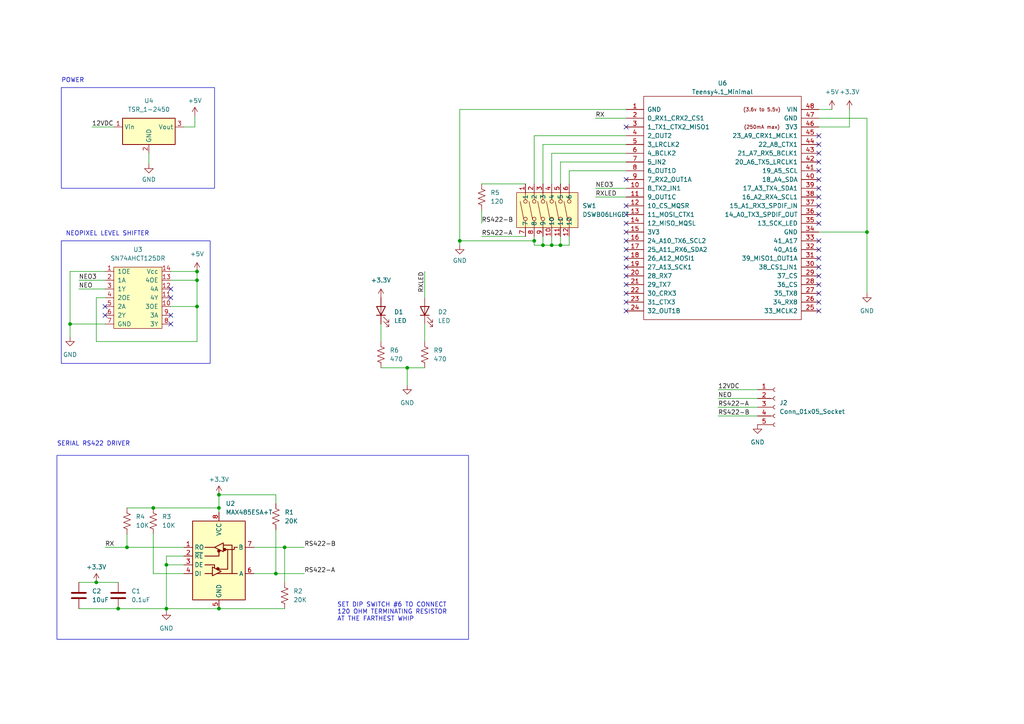
<source format=kicad_sch>
(kicad_sch (version 20230121) (generator eeschema)
  (paper "A4")
  (lib_symbols
    (symbol "Connector:Conn_01x05_Socket" (pin_names (offset 1.016) hide)
      (property "Reference" "J" (at 0 7.62 0))
      (property "Value" "Conn_01x05_Socket" (at 0 -7.62 0))
      (symbol "Conn_01x05_Socket_1_1"
        (arc (start 0 -4.572) (mid -0.5058 -5.08) (end 0 -5.588) (stroke (width 0.1524)))
        (arc (start 0 -2.032) (mid -0.5058 -2.54) (end 0 -3.048) (stroke (width 0.1524)))
        (polyline (pts (xy -1.27 -5.08) (xy -0.508 -5.08)) (stroke (width 0.1524)))
        (polyline (pts (xy -1.27 -2.54) (xy -0.508 -2.54)) (stroke (width 0.1524)))
        (polyline (pts (xy -1.27 0) (xy -0.508 0)) (stroke (width 0.1524)))
        (polyline (pts (xy -1.27 2.54) (xy -0.508 2.54)) (stroke (width 0.1524)))
        (polyline (pts (xy -1.27 5.08) (xy -0.508 5.08)) (stroke (width 0.1524)))
        (arc (start 0 0.508) (mid -0.5058 0) (end 0 -0.508) (stroke (width 0.1524)))
        (arc (start 0 3.048) (mid -0.5058 2.54) (end 0 2.032) (stroke (width 0.1524)))
        (arc (start 0 5.588) (mid -0.5058 5.08) (end 0 4.572) (stroke (width 0.1524)))
        (pin passive line (at -5.08 5.08 0) (length 3.81) (name "Pin_1") (number "1"))
        (pin passive line (at -5.08 2.54 0) (length 3.81) (name "Pin_2") (number "2"))
        (pin passive line (at -5.08 0 0) (length 3.81) (name "Pin_3") (number "3"))
        (pin passive line (at -5.08 -2.54 0) (length 3.81) (name "Pin_4") (number "4"))
        (pin passive line (at -5.08 -5.08 0) (length 3.81) (name "Pin_5") (number "5"))
      )
    )
    (symbol "Device:C" (pin_numbers hide) (pin_names (offset 0.254))
      (property "Reference" "C" (at 0.635 2.54 0))
      (property "Value" "C" (at 0.635 -2.54 0))
      (symbol "C_0_1"
        (polyline (pts (xy -2.032 -0.762) (xy 2.032 -0.762)) (stroke (width 0.508)))
        (polyline (pts (xy -2.032 0.762) (xy 2.032 0.762)) (stroke (width 0.508)))
      )
      (symbol "C_1_1"
        (pin passive line (at 0 3.81 270) (length 2.794) (name "~") (number "1"))
        (pin passive line (at 0 -3.81 90) (length 2.794) (name "~") (number "2"))
      )
    )
    (symbol "Device:LED" (pin_numbers hide) (pin_names (offset 1.016) hide)
      (property "Reference" "D" (at 0 2.54 0))
      (property "Value" "LED" (at 0 -2.54 0))
      (symbol "LED_0_1"
        (polyline (pts (xy -1.27 -1.27) (xy -1.27 1.27)) (stroke (width 0.254)))
        (polyline (pts (xy -1.27 0) (xy 1.27 0)))
        (polyline (pts (xy 1.27 -1.27) (xy 1.27 1.27) (xy -1.27 0) (xy 1.27 -1.27)) (stroke (width 0.254)))
        (polyline (pts (xy -3.048 -0.762) (xy -4.572 -2.286) (xy -3.81 -2.286) (xy -4.572 -2.286) (xy -4.572 -1.524)))
        (polyline (pts (xy -1.778 -0.762) (xy -3.302 -2.286) (xy -2.54 -2.286) (xy -3.302 -2.286) (xy -3.302 -1.524)))
      )
      (symbol "LED_1_1"
        (pin passive line (at -3.81 0 0) (length 2.54) (name "K") (number "1"))
        (pin passive line (at 3.81 0 180) (length 2.54) (name "A") (number "2"))
      )
    )
    (symbol "Device:R_US" (pin_numbers hide) (pin_names (offset 0))
      (property "Reference" "R" (at 2.54 0 90))
      (property "Value" "R_US" (at -2.54 0 90))
      (symbol "R_US_0_1"
        (polyline (pts (xy 0 -2.286) (xy 0 -2.54)))
        (polyline (pts (xy 0 2.286) (xy 0 2.54)))
        (polyline (pts (xy 0 -0.762) (xy 1.016 -1.143) (xy 0 -1.524) (xy -1.016 -1.905) (xy 0 -2.286)))
        (polyline (pts (xy 0 0.762) (xy 1.016 0.381) (xy 0 0) (xy -1.016 -0.381) (xy 0 -0.762)))
        (polyline (pts (xy 0 2.286) (xy 1.016 1.905) (xy 0 1.524) (xy -1.016 1.143) (xy 0 0.762)))
      )
      (symbol "R_US_1_1"
        (pin passive line (at 0 3.81 270) (length 1.27) (name "~") (number "1"))
        (pin passive line (at 0 -3.81 90) (length 1.27) (name "~") (number "2"))
      )
    )
    (symbol "Interface_UART:MAX485E"
      (property "Reference" "U" (at -6.096 11.43 0))
      (property "Value" "MAX485E" (at 0.762 11.43 0))
      (symbol "MAX485E_0_1"
        (rectangle (start -7.62 10.16) (end 7.62 -12.7) (stroke (width 0.254)) (fill (type background)))
        (circle (center -0.3048 -3.683) (radius 0.3556) (stroke (width 0.254)) (fill (type outline)))
        (circle (center -0.0254 1.4986) (radius 0.3556) (stroke (width 0.254)) (fill (type outline)))
        (polyline (pts (xy -4.064 -5.08) (xy -1.905 -5.08)) (stroke (width 0.254)))
        (polyline (pts (xy -4.064 2.54) (xy -1.27 2.54)) (stroke (width 0.254)))
        (polyline (pts (xy -1.27 -3.2004) (xy -1.27 -3.4544)) (stroke (width 0.254)))
        (polyline (pts (xy -0.635 -5.08) (xy 5.334 -5.08)) (stroke (width 0.254)))
        (polyline (pts (xy -4.064 -2.54) (xy -1.27 -2.54) (xy -1.27 -3.175)) (stroke (width 0.254)))
        (polyline (pts (xy 0 1.27) (xy 0 0) (xy -4.064 0)) (stroke (width 0.254)))
        (polyline (pts (xy 1.27 3.175) (xy 3.81 3.175) (xy 3.81 -5.08)) (stroke (width 0.254)))
        (polyline (pts (xy 2.54 1.905) (xy 2.54 -3.81) (xy 0 -3.81)) (stroke (width 0.254)))
        (polyline (pts (xy -1.905 -3.175) (xy -1.905 -5.715) (xy 0.635 -4.445) (xy -1.905 -3.175)) (stroke (width 0.254)))
        (polyline (pts (xy -1.27 2.54) (xy 1.27 3.81) (xy 1.27 1.27) (xy -1.27 2.54)) (stroke (width 0.254)))
        (polyline (pts (xy 1.905 1.905) (xy 4.445 1.905) (xy 4.445 2.54) (xy 5.334 2.54)) (stroke (width 0.254)))
        (rectangle (start 1.27 3.175) (end 1.27 3.175))
        (circle (center 1.651 1.905) (radius 0.3556) (stroke (width 0.254)) (fill (type outline)))
      )
      (symbol "MAX485E_1_1"
        (pin output line (at -10.16 2.54 0) (length 2.54) (name "RO") (number "1"))
        (pin input line (at -10.16 0 0) (length 2.54) (name "~{RE}") (number "2"))
        (pin input line (at -10.16 -2.54 0) (length 2.54) (name "DE") (number "3"))
        (pin input line (at -10.16 -5.08 0) (length 2.54) (name "DI") (number "4"))
        (pin power_in line (at 0 -15.24 90) (length 2.54) (name "GND") (number "5"))
        (pin bidirectional line (at 10.16 -5.08 180) (length 2.54) (name "A") (number "6"))
        (pin bidirectional line (at 10.16 2.54 180) (length 2.54) (name "B") (number "7"))
        (pin power_in line (at 0 12.7 270) (length 2.54) (name "VCC") (number "8"))
      )
    )
    (symbol "Joels KiCad Symbol Library:DongGuan_DSWB06LHGET_DIP_6_SWITCH"
      (property "Reference" "SW" (at 0 12.7 0))
      (property "Value" "DSWB06LHGET" (at 0 -12.7 0))
      (symbol "DongGuan_DSWB06LHGET_DIP_6_SWITCH_0_1"
        (rectangle (start -8.89 5.08) (end 8.89 -5.08) (fill (type background)))
        (circle (center -6.35 -2.54) (radius 0.51))
        (circle (center -6.35 2.54) (radius 0.51))
        (circle (center -3.81 -2.54) (radius 0.51))
        (circle (center -3.81 2.54) (radius 0.51))
        (circle (center -1.27 -2.54) (radius 0.51))
        (circle (center -1.27 2.54) (radius 0.51))
        (polyline (pts (xy -6.86 -2.54) (xy -7.87 2.54)))
        (polyline (pts (xy -6.35 -3.05) (xy -6.35 -5.08)))
        (polyline (pts (xy -6.35 3.05) (xy -6.35 5.08)))
        (polyline (pts (xy -4.32 -2.54) (xy -5.33 2.54)))
        (polyline (pts (xy -3.81 -3.05) (xy -3.81 -5.08)))
        (polyline (pts (xy -3.81 3.05) (xy -3.81 5.08)))
        (polyline (pts (xy -1.78 -2.54) (xy -2.79 2.54)))
        (polyline (pts (xy -1.27 -3.05) (xy -1.27 -5.08)))
        (polyline (pts (xy -1.27 3.05) (xy -1.27 5.08)))
        (polyline (pts (xy 0.76 -2.54) (xy -0.25 2.54)))
        (polyline (pts (xy 1.27 -3.05) (xy 1.27 -5.08)))
        (polyline (pts (xy 1.27 3.05) (xy 1.27 5.08)))
        (polyline (pts (xy 3.3 -2.54) (xy 2.29 2.54)))
        (polyline (pts (xy 3.81 -3.05) (xy 3.81 -5.08)))
        (polyline (pts (xy 3.81 3.05) (xy 3.81 5.08)))
        (polyline (pts (xy 5.84 -2.54) (xy 4.83 2.54)))
        (polyline (pts (xy 6.35 -3.05) (xy 6.35 -5.08)))
        (polyline (pts (xy 6.35 3.05) (xy 6.35 5.08)))
        (circle (center 1.27 -2.54) (radius 0.51))
        (circle (center 1.27 2.54) (radius 0.51))
        (circle (center 3.81 -2.54) (radius 0.51))
        (circle (center 3.81 2.54) (radius 0.51))
        (circle (center 6.35 -2.54) (radius 0.51))
        (circle (center 6.35 2.54) (radius 0.51))
        (pin unspecified line (at -6.35 7.62 270) (length 2.54) (name "1") (number "1"))
        (pin unspecified line (at 1.27 -7.62 90) (length 2.54) (name "10") (number "10"))
        (pin unspecified line (at 3.81 -7.62 90) (length 2.54) (name "11") (number "11"))
        (pin unspecified line (at 6.35 -7.62 90) (length 2.54) (name "12") (number "12"))
        (pin unspecified line (at -3.81 7.62 270) (length 2.54) (name "2") (number "2"))
        (pin unspecified line (at -1.27 7.62 270) (length 2.54) (name "3") (number "3"))
        (pin unspecified line (at 1.27 7.62 270) (length 2.54) (name "4") (number "4"))
        (pin unspecified line (at 3.81 7.62 270) (length 2.54) (name "5") (number "5"))
        (pin unspecified line (at 6.35 7.62 270) (length 2.54) (name "6") (number "6"))
        (pin unspecified line (at -6.35 -7.62 90) (length 2.54) (name "7") (number "7"))
        (pin unspecified line (at -3.81 -7.62 90) (length 2.54) (name "8") (number "8"))
        (pin unspecified line (at -1.27 -7.62 90) (length 2.54) (name "9") (number "9"))
      )
    )
    (symbol "Joels KiCad Symbol Library:SN74AHCT125" (pin_names (offset 1.016))
      (property "Reference" "U" (at 0 0 0))
      (property "Value" "SN74AHCT125" (at 0 2.54 0))
      (symbol "SN74AHCT125_0_1"
        (rectangle (start -7.62 -2.54) (end 6.35 -20.32) (fill (type background)))
      )
      (symbol "SN74AHCT125_1_1"
        (pin input line (at -10.16 -3.81 0) (length 2.54) (name "1OE") (number "1"))
        (pin input line (at 8.89 -13.97 180) (length 2.54) (name "3OE") (number "10"))
        (pin output line (at 8.89 -11.43 180) (length 2.54) (name "4Y") (number "11"))
        (pin input line (at 8.89 -8.89 180) (length 2.54) (name "4A") (number "12"))
        (pin input line (at 8.89 -6.35 180) (length 2.54) (name "4OE") (number "13"))
        (pin power_in line (at 8.89 -3.81 180) (length 2.54) (name "Vcc") (number "14"))
        (pin input line (at -10.16 -6.35 0) (length 2.54) (name "1A") (number "2"))
        (pin output line (at -10.16 -8.89 0) (length 2.54) (name "1Y") (number "3"))
        (pin input line (at -10.16 -11.43 0) (length 2.54) (name "2OE") (number "4"))
        (pin input line (at -10.16 -13.97 0) (length 2.54) (name "2A") (number "5"))
        (pin output line (at -10.16 -16.51 0) (length 2.54) (name "2Y") (number "6"))
        (pin power_in line (at -10.16 -19.05 0) (length 2.54) (name "GND") (number "7"))
        (pin output line (at 8.89 -19.05 180) (length 2.54) (name "3Y") (number "8"))
        (pin input line (at 8.89 -16.51 180) (length 2.54) (name "3A") (number "9"))
      )
    )
    (symbol "Joels KiCad Symbol Library:Teensy4.1_Minimal" (pin_names (offset 1.016))
      (property "Reference" "U" (at 0 62.23 0))
      (property "Value" "Teensy4.1_Minimal" (at 1.27 59.69 0))
      (symbol "Teensy4.1_Minimal_0_0"
        (text "(250mA max)" (at 11.43 49.53 0) (effects (font (size 1.016 1.016))))
        (text "(3.6v to 5.5v)" (at 11.43 54.61 0) (effects (font (size 1.016 1.016))))
        (pin bidirectional line (at -27.94 31.75 0) (length 5.08) (name "8_TX2_IN1") (number "10"))
        (pin bidirectional line (at -27.94 29.21 0) (length 5.08) (name "9_OUT1C") (number "11"))
        (pin bidirectional line (at -27.94 26.67 0) (length 5.08) (name "10_CS_MQSR") (number "12"))
        (pin bidirectional line (at -27.94 24.13 0) (length 5.08) (name "11_MOSI_CTX1") (number "13"))
        (pin bidirectional line (at -27.94 21.59 0) (length 5.08) (name "12_MISO_MQSL") (number "14"))
        (pin power_in line (at -27.94 19.05 0) (length 5.08) (name "3V3") (number "15"))
        (pin bidirectional line (at -27.94 16.51 0) (length 5.08) (name "24_A10_TX6_SCL2") (number "16"))
        (pin bidirectional line (at -27.94 13.97 0) (length 5.08) (name "25_A11_RX6_SDA2") (number "17"))
        (pin bidirectional line (at -27.94 11.43 0) (length 5.08) (name "26_A12_MOSI1") (number "18"))
        (pin bidirectional line (at -27.94 8.89 0) (length 5.08) (name "27_A13_SCK1") (number "19"))
        (pin bidirectional line (at -27.94 6.35 0) (length 5.08) (name "28_RX7") (number "20"))
        (pin bidirectional line (at -27.94 3.81 0) (length 5.08) (name "29_TX7") (number "21"))
        (pin bidirectional line (at -27.94 1.27 0) (length 5.08) (name "30_CRX3") (number "22"))
        (pin bidirectional line (at -27.94 -1.27 0) (length 5.08) (name "31_CTX3") (number "23"))
        (pin bidirectional line (at -27.94 -3.81 0) (length 5.08) (name "32_OUT1B") (number "24"))
        (pin bidirectional line (at 27.94 -3.81 180) (length 5.08) (name "33_MCLK2") (number "25"))
        (pin bidirectional line (at 27.94 -1.27 180) (length 5.08) (name "34_RX8") (number "26"))
        (pin bidirectional line (at 27.94 1.27 180) (length 5.08) (name "35_TX8") (number "27"))
        (pin bidirectional line (at 27.94 3.81 180) (length 5.08) (name "36_CS") (number "28"))
        (pin bidirectional line (at 27.94 6.35 180) (length 5.08) (name "37_CS") (number "29"))
        (pin bidirectional line (at 27.94 8.89 180) (length 5.08) (name "38_CS1_IN1") (number "30"))
        (pin bidirectional line (at 27.94 11.43 180) (length 5.08) (name "39_MISO1_OUT1A") (number "31"))
        (pin bidirectional line (at 27.94 13.97 180) (length 5.08) (name "40_A16") (number "32"))
        (pin bidirectional line (at 27.94 16.51 180) (length 5.08) (name "41_A17") (number "33"))
        (pin bidirectional line (at 27.94 21.59 180) (length 5.08) (name "13_SCK_LED") (number "35"))
        (pin bidirectional line (at 27.94 24.13 180) (length 5.08) (name "14_A0_TX3_SPDIF_OUT") (number "36"))
        (pin bidirectional line (at 27.94 26.67 180) (length 5.08) (name "15_A1_RX3_SPDIF_IN") (number "37"))
        (pin bidirectional line (at 27.94 29.21 180) (length 5.08) (name "16_A2_RX4_SCL1") (number "38"))
        (pin bidirectional line (at 27.94 31.75 180) (length 5.08) (name "17_A3_TX4_SDA1") (number "39"))
        (pin bidirectional line (at 27.94 34.29 180) (length 5.08) (name "18_A4_SDA") (number "40"))
        (pin bidirectional line (at 27.94 36.83 180) (length 5.08) (name "19_A5_SCL") (number "41"))
        (pin bidirectional line (at 27.94 39.37 180) (length 5.08) (name "20_A6_TX5_LRCLK1") (number "42"))
        (pin bidirectional line (at 27.94 41.91 180) (length 5.08) (name "21_A7_RX5_BCLK1") (number "43"))
        (pin bidirectional line (at 27.94 44.45 180) (length 5.08) (name "22_A8_CTX1") (number "44"))
        (pin bidirectional line (at 27.94 46.99 180) (length 5.08) (name "23_A9_CRX1_MCLK1") (number "45"))
        (pin power_in line (at 27.94 49.53 180) (length 5.08) (name "3V3") (number "46"))
        (pin power_in line (at 27.94 52.07 180) (length 5.08) (name "GND") (number "47"))
        (pin power_in line (at 27.94 54.61 180) (length 5.08) (name "VIN") (number "48"))
        (pin bidirectional line (at -27.94 44.45 0) (length 5.08) (name "3_LRCLK2") (number "5"))
        (pin bidirectional line (at -27.94 41.91 0) (length 5.08) (name "4_BCLK2") (number "6"))
        (pin bidirectional line (at -27.94 39.37 0) (length 5.08) (name "5_IN2") (number "7"))
        (pin bidirectional line (at -27.94 36.83 0) (length 5.08) (name "6_OUT1D") (number "8"))
        (pin bidirectional line (at -27.94 34.29 0) (length 5.08) (name "7_RX2_OUT1A") (number "9"))
      )
      (symbol "Teensy4.1_Minimal_0_1"
        (rectangle (start -22.86 58.42) (end 22.86 -6.35))
        (rectangle (start -20.32 -1.27) (end -20.32 -1.27))
      )
      (symbol "Teensy4.1_Minimal_1_1"
        (pin power_in line (at -27.94 54.61 0) (length 5.08) (name "GND") (number "1"))
        (pin bidirectional line (at -27.94 52.07 0) (length 5.08) (name "0_RX1_CRX2_CS1") (number "2"))
        (pin bidirectional line (at -27.94 49.53 0) (length 5.08) (name "1_TX1_CTX2_MISO1") (number "3"))
        (pin power_in line (at 27.94 19.05 180) (length 5.08) (name "GND") (number "34"))
        (pin bidirectional line (at -27.94 46.99 0) (length 5.08) (name "2_OUT2") (number "4"))
      )
    )
    (symbol "Regulator_Switching:TSR_1-2450"
      (property "Reference" "U" (at -7.62 6.35 0))
      (property "Value" "TSR_1-2450" (at -1.27 6.35 0))
      (symbol "TSR_1-2450_0_1"
        (rectangle (start -7.62 5.08) (end 7.62 -2.54) (stroke (width 0.254)) (fill (type background)))
      )
      (symbol "TSR_1-2450_1_1"
        (pin power_in line (at -10.16 2.54 0) (length 2.54) (name "Vin") (number "1"))
        (pin power_in line (at 0 -5.08 90) (length 2.54) (name "GND") (number "2"))
        (pin power_out line (at 10.16 2.54 180) (length 2.54) (name "Vout") (number "3"))
      )
    )
    (symbol "power:+3.3V" (power) (pin_names (offset 0))
      (property "Value" "+3.3V" (at 0 3.556 0))
      (symbol "+3.3V_0_1"
        (polyline (pts (xy -0.762 1.27) (xy 0 2.54)))
        (polyline (pts (xy 0 0) (xy 0 2.54)))
        (polyline (pts (xy 0 2.54) (xy 0.762 1.27)))
      )
      (symbol "+3.3V_1_1"
        (pin power_in line (at 0 0 90) (length 0) hide (name "+3.3V") (number "1"))
      )
    )
    (symbol "power:+5V" (power) (pin_names (offset 0))
      (property "Value" "+5V" (at 0 3.556 0))
      (symbol "+5V_0_1"
        (polyline (pts (xy -0.762 1.27) (xy 0 2.54)))
        (polyline (pts (xy 0 0) (xy 0 2.54)))
        (polyline (pts (xy 0 2.54) (xy 0.762 1.27)))
      )
      (symbol "+5V_1_1"
        (pin power_in line (at 0 0 90) (length 0) hide (name "+5V") (number "1"))
      )
    )
    (symbol "power:GND" (power) (pin_names (offset 0))
      (property "Value" "GND" (at 0 -3.81 0))
      (symbol "GND_0_1"
        (polyline (pts (xy 0 0) (xy 0 -1.27) (xy 1.27 -1.27) (xy 0 -2.54) (xy -1.27 -1.27) (xy 0 -1.27)))
      )
      (symbol "GND_1_1"
        (pin power_in line (at 0 0 270) (length 0) hide (name "GND") (number "1"))
      )
    )
  )
  (junction (at 57.15 78.74))
  (junction (at 82.55 158.75))
  (junction (at 48.26 163.83))
  (junction (at 63.5 176.53))
  (junction (at 63.5 143.51))
  (junction (at 63.5 147.32))
  (junction (at 57.15 88.9))
  (junction (at 251.46 67.31))
  (junction (at 34.29 176.53))
  (junction (at 133.35 69.85))
  (junction (at 48.26 176.53))
  (junction (at 160.02 71.12))
  (junction (at 162.56 71.12))
  (junction (at 154.94 69.85))
  (junction (at 20.32 93.98))
  (junction (at 80.01 166.37))
  (junction (at 118.11 106.68))
  (junction (at 36.83 158.75))
  (junction (at 27.94 168.91))
  (junction (at 57.15 81.28))
  (junction (at 44.45 147.32))
  (junction (at 157.48 71.12))
  (no_connect (at 237.49 77.47))
  (no_connect (at 237.49 62.23))
  (no_connect (at 237.49 82.55))
  (no_connect (at 237.49 52.07))
  (no_connect (at 181.61 72.39))
  (no_connect (at 181.61 62.23))
  (no_connect (at 237.49 80.01))
  (no_connect (at 237.49 57.15))
  (no_connect (at 237.49 87.63))
  (no_connect (at 181.61 69.85))
  (no_connect (at 181.61 90.17))
  (no_connect (at 181.61 85.09))
  (no_connect (at 49.53 91.44))
  (no_connect (at 181.61 80.01))
  (no_connect (at 181.61 52.07))
  (no_connect (at 237.49 49.53))
  (no_connect (at 237.49 59.69))
  (no_connect (at 237.49 90.17))
  (no_connect (at 181.61 64.77))
  (no_connect (at 181.61 59.69))
  (no_connect (at 237.49 74.93))
  (no_connect (at 30.48 88.9))
  (no_connect (at 237.49 41.91))
  (no_connect (at 181.61 77.47))
  (no_connect (at 49.53 86.36))
  (no_connect (at 49.53 93.98))
  (no_connect (at 237.49 85.09))
  (no_connect (at 181.61 82.55))
  (no_connect (at 237.49 46.99))
  (no_connect (at 237.49 64.77))
  (no_connect (at 181.61 74.93))
  (no_connect (at 237.49 39.37))
  (no_connect (at 237.49 54.61))
  (no_connect (at 237.49 44.45))
  (no_connect (at 49.53 83.82))
  (no_connect (at 237.49 69.85))
  (no_connect (at 237.49 72.39))
  (no_connect (at 181.61 67.31))
  (no_connect (at 181.61 87.63))
  (no_connect (at 30.48 91.44))
  (no_connect (at 181.61 36.83))
  (wire (pts (xy 53.34 166.37) (xy 44.45 166.37)))
  (wire (pts (xy 48.26 163.83) (xy 53.34 163.83)))
  (wire (pts (xy 208.28 118.11) (xy 219.71 118.11)))
  (wire (pts (xy 27.94 86.36) (xy 27.94 99.06)))
  (wire (pts (xy 49.53 81.28) (xy 57.15 81.28)))
  (wire (pts (xy 208.28 120.65) (xy 219.71 120.65)))
  (wire (pts (xy 20.32 78.74) (xy 20.32 93.98)))
  (wire (pts (xy 181.61 39.37) (xy 154.94 39.37)))
  (wire (pts (xy 30.48 78.74) (xy 20.32 78.74)))
  (wire (pts (xy 56.515 33.655) (xy 56.515 36.83)))
  (wire (pts (xy 63.5 143.51) (xy 80.01 143.51)))
  (wire (pts (xy 246.38 31.75) (xy 246.38 36.83)))
  (wire (pts (xy 251.46 34.29) (xy 251.46 67.31)))
  (wire (pts (xy 63.5 176.53) (xy 82.55 176.53)))
  (wire (pts (xy 154.94 71.12) (xy 157.48 71.12)))
  (wire (pts (xy 251.46 67.31) (xy 237.49 67.31)))
  (wire (pts (xy 157.48 53.34) (xy 157.48 41.91)))
  (wire (pts (xy 73.66 166.37) (xy 80.01 166.37)))
  (wire (pts (xy 63.5 143.51) (xy 63.5 147.32)))
  (wire (pts (xy 22.86 83.82) (xy 30.48 83.82)))
  (wire (pts (xy 80.01 143.51) (xy 80.01 146.05)))
  (wire (pts (xy 36.83 147.32) (xy 44.45 147.32)))
  (wire (pts (xy 57.15 88.9) (xy 57.15 81.28)))
  (wire (pts (xy 162.56 53.34) (xy 162.56 46.99)))
  (wire (pts (xy 165.1 71.12) (xy 165.1 68.58)))
  (wire (pts (xy 160.02 44.45) (xy 160.02 53.34)))
  (wire (pts (xy 48.26 176.53) (xy 48.26 177.165)))
  (wire (pts (xy 20.32 93.98) (xy 30.48 93.98)))
  (wire (pts (xy 30.48 158.75) (xy 36.83 158.75)))
  (wire (pts (xy 237.49 31.75) (xy 241.3 31.75)))
  (wire (pts (xy 57.15 81.28) (xy 57.15 78.74)))
  (wire (pts (xy 208.28 115.57) (xy 219.71 115.57)))
  (wire (pts (xy 110.49 93.98) (xy 110.49 99.06)))
  (wire (pts (xy 246.38 36.83) (xy 237.49 36.83)))
  (wire (pts (xy 27.94 168.91) (xy 34.29 168.91)))
  (wire (pts (xy 22.86 81.28) (xy 30.48 81.28)))
  (wire (pts (xy 157.48 71.12) (xy 160.02 71.12)))
  (wire (pts (xy 160.02 68.58) (xy 160.02 71.12)))
  (wire (pts (xy 139.7 68.58) (xy 152.4 68.58)))
  (wire (pts (xy 20.32 93.98) (xy 20.32 97.79)))
  (wire (pts (xy 162.56 71.12) (xy 165.1 71.12)))
  (wire (pts (xy 43.18 44.45) (xy 43.18 47.625)))
  (wire (pts (xy 49.53 88.9) (xy 57.15 88.9)))
  (wire (pts (xy 133.35 31.75) (xy 133.35 69.85)))
  (wire (pts (xy 251.46 34.29) (xy 237.49 34.29)))
  (wire (pts (xy 48.26 163.83) (xy 48.26 176.53)))
  (wire (pts (xy 48.26 161.29) (xy 53.34 161.29)))
  (wire (pts (xy 30.48 86.36) (xy 27.94 86.36)))
  (wire (pts (xy 63.5 147.32) (xy 63.5 148.59)))
  (wire (pts (xy 162.56 46.99) (xy 181.61 46.99)))
  (wire (pts (xy 118.11 106.68) (xy 123.19 106.68)))
  (wire (pts (xy 22.86 168.91) (xy 27.94 168.91)))
  (wire (pts (xy 133.35 69.85) (xy 154.94 69.85)))
  (wire (pts (xy 22.86 176.53) (xy 34.29 176.53)))
  (wire (pts (xy 251.46 85.09) (xy 251.46 67.31)))
  (wire (pts (xy 80.01 166.37) (xy 88.265 166.37)))
  (wire (pts (xy 154.94 69.85) (xy 154.94 71.12)))
  (wire (pts (xy 27.94 99.06) (xy 57.15 99.06)))
  (wire (pts (xy 36.83 158.75) (xy 53.34 158.75)))
  (wire (pts (xy 154.94 39.37) (xy 154.94 53.34)))
  (wire (pts (xy 82.55 158.75) (xy 73.66 158.75)))
  (wire (pts (xy 181.61 49.53) (xy 165.1 49.53)))
  (wire (pts (xy 157.48 68.58) (xy 157.48 71.12)))
  (wire (pts (xy 208.28 113.03) (xy 219.71 113.03)))
  (wire (pts (xy 110.49 106.68) (xy 118.11 106.68)))
  (wire (pts (xy 82.55 168.91) (xy 82.55 158.75)))
  (wire (pts (xy 26.67 36.83) (xy 33.02 36.83)))
  (wire (pts (xy 181.61 44.45) (xy 160.02 44.45)))
  (wire (pts (xy 44.45 147.32) (xy 63.5 147.32)))
  (wire (pts (xy 154.94 68.58) (xy 154.94 69.85)))
  (wire (pts (xy 82.55 158.75) (xy 88.265 158.75)))
  (wire (pts (xy 139.7 53.34) (xy 152.4 53.34)))
  (wire (pts (xy 123.19 93.98) (xy 123.19 99.06)))
  (wire (pts (xy 48.26 161.29) (xy 48.26 163.83)))
  (wire (pts (xy 133.35 69.85) (xy 133.35 71.12)))
  (wire (pts (xy 139.7 60.96) (xy 139.7 64.77)))
  (wire (pts (xy 56.515 36.83) (xy 53.34 36.83)))
  (wire (pts (xy 118.11 106.68) (xy 118.11 111.76)))
  (wire (pts (xy 49.53 78.74) (xy 57.15 78.74)))
  (wire (pts (xy 165.1 49.53) (xy 165.1 53.34)))
  (wire (pts (xy 172.72 54.61) (xy 181.61 54.61)))
  (wire (pts (xy 157.48 41.91) (xy 181.61 41.91)))
  (wire (pts (xy 160.02 71.12) (xy 162.56 71.12)))
  (wire (pts (xy 123.19 78.74) (xy 123.19 86.36)))
  (wire (pts (xy 34.29 176.53) (xy 48.26 176.53)))
  (wire (pts (xy 162.56 68.58) (xy 162.56 71.12)))
  (wire (pts (xy 172.72 57.15) (xy 181.61 57.15)))
  (wire (pts (xy 57.15 99.06) (xy 57.15 88.9)))
  (wire (pts (xy 172.72 34.29) (xy 181.61 34.29)))
  (wire (pts (xy 80.01 166.37) (xy 80.01 153.67)))
  (wire (pts (xy 181.61 31.75) (xy 133.35 31.75)))
  (wire (pts (xy 63.5 176.53) (xy 48.26 176.53)))
  (wire (pts (xy 44.45 166.37) (xy 44.45 154.94)))
  (wire (pts (xy 36.83 154.94) (xy 36.83 158.75)))
  (rectangle (start 17.78 69.85) (end 60.96 105.41))
  (rectangle (start 16.51 132.08) (end 135.89 185.42))
  (rectangle (start 17.78 25.4) (end 62.23 54.61))
  (text "POWER" (at 17.78 24.13 0) (effects (font (size 1.27 1.27)) (justify left bottom)))
  (text "SERIAL RS422 DRIVER" (at 16.51 129.54 0) (effects (font (size 1.27 1.27)) (justify left bottom)))
  (text "NEOPIXEL LEVEL SHIFTER" (at 19.05 68.58 0) (effects (font (size 1.27 1.27)) (justify left bottom)))
  (text "SET DIP SWITCH #6 TO CONNECT\n120 OHM TERMINATING RESISTOR\nAT THE FARTHEST WHIP" (at 97.79 180.34 0) (effects (font (size 1.27 1.27)) (justify left bottom)))
  (label "RS422-B" (at 88.265 158.75 0))
  (label "12VDC" (at 208.28 113.03 0))
  (label "RXLED" (at 172.72 57.15 0))
  (label "NEO3" (at 22.86 81.28 0))
  (label "NEO" (at 208.28 115.57 0))
  (label "RS422-A" (at 88.265 166.37 0))
  (label "NEO3" (at 172.72 54.61 0))
  (label "12VDC" (at 26.67 36.83 0))
  (label "RS422-B" (at 208.28 120.65 0))
  (label "RX" (at 172.72 34.29 0))
  (label "RS422-A" (at 139.7 68.58 0))
  (label "RS422-A" (at 208.28 118.11 0))
  (label "RXLED" (at 123.19 78.74 270))
  (label "NEO" (at 22.86 83.82 0))
  (label "RX" (at 30.48 158.75 0))
  (label "RS422-B" (at 139.7 64.77 0))
  (symbol (lib_id "power:GND") (at 251.46 85.09 0) (unit 1)
    (property "Reference" "#PWR05" (effects hide))
    (property "Value" "GND" (at 251.46 90.17 0))
  )
  (symbol (lib_id "power:GND") (at 133.35 71.12 0) (unit 1)
    (property "Reference" "#PWR06" (effects hide))
    (property "Value" "GND" (at 133.35 75.565 0))
  )
  (symbol (lib_id "power:GND") (at 43.18 47.625 0) (unit 1)
    (property "Reference" "#PWR03" (effects hide))
    (property "Value" "GND" (at 43.18 52.07 0))
  )
  (symbol (lib_id "Joels KiCad Symbol Library:DongGuan_DSWB06LHGET_DIP_6_SWITCH") (at 158.75 60.96 0) (unit 1)
    (property "Reference" "SW1" (at 168.91 59.69 0) (effects (justify left)))
    (property "Value" "DSWB06LHGET" (at 168.91 62.23 0) (effects (justify left)))
    (property "Footprint" "Joels KiCad Footprint Library:DongGuan_DSWB06LHGET_6_PIN_DIP" (effects hide))
    (property "Datasheet" "https://lcsc.com/product-detail/DIP-Switches_DIP-switch-Dip-Switch-DSWB06LHGET_C99416.html" (effects hide))
    (property "LCSC Part" "C99416" (effects hide))
    (property "LCSC" "C99416" (effects hide))
  )
  (symbol (lib_id "Device:R_US") (at 82.55 172.72 180) (unit 1)
    (property "Reference" "R2" (at 85.09 171.45 0) (effects (justify right)))
    (property "Value" "20K" (at 85.09 173.99 0) (effects (justify right)))
    (property "Footprint" "Resistor_SMD:R_0603_1608Metric" (effects hide))
    (property "LCSC" "C4184" (effects hide))
  )
  (symbol (lib_id "power:+5V") (at 56.515 33.655 0) (unit 1)
    (property "Reference" "#PWR02" (effects hide))
    (property "Value" "+5V" (at 56.515 29.21 0))
  )
  (symbol (lib_id "power:+5V") (at 241.3 31.75 0) (unit 1)
    (property "Reference" "#PWR04" (effects hide))
    (property "Value" "+5V" (at 241.3 26.67 0))
  )
  (symbol (lib_id "Joels KiCad Symbol Library:Teensy4.1_Minimal") (at 209.55 86.36 0) (unit 1)
    (property "Reference" "U6" (at 209.55 24.13 0))
    (property "Value" "Teensy4.1_Minimal" (at 209.55 26.67 0))
    (property "Footprint" "Joels KiCad Footprint Library:Teensy41_Minimal" (effects hide))
    (property "LCSC" "DNP" (effects hide))
  )
  (symbol (lib_id "power:+3.3V") (at 27.94 168.91 0) (unit 1)
    (property "Reference" "#PWR012" (effects hide))
    (property "Value" "+3.3V" (at 27.94 164.465 0))
  )
  (symbol (lib_id "power:GND") (at 118.11 111.76 0) (unit 1)
    (property "Reference" "#PWR014" (effects hide))
    (property "Value" "GND" (at 118.11 116.84 0))
  )
  (symbol (lib_id "power:+5V") (at 57.15 78.74 0) (unit 1)
    (property "Reference" "#PWR010" (effects hide))
    (property "Value" "+5V" (at 57.15 73.66 0))
  )
  (symbol (lib_id "power:GND") (at 219.71 123.19 0) (unit 1)
    (property "Reference" "#PWR015" (effects hide))
    (property "Value" "GND" (at 219.71 128.27 0))
  )
  (symbol (lib_id "power:GND") (at 20.32 97.79 0) (unit 1)
    (property "Reference" "#PWR011" (effects hide))
    (property "Value" "GND" (at 20.32 102.87 0))
  )
  (symbol (lib_id "Device:C") (at 22.86 172.72 0) (unit 1)
    (property "Reference" "C2" (at 26.67 171.45 0) (effects (justify left)))
    (property "Value" "10uF" (at 26.67 173.99 0) (effects (justify left)))
    (property "Footprint" "Capacitor_SMD:C_0402_1005Metric" (effects hide))
    (property "LCSC" "C15525" (effects hide))
  )
  (symbol (lib_id "power:+3.3V") (at 246.38 31.75 0) (unit 1)
    (property "Reference" "#PWR08" (effects hide))
    (property "Value" "+3.3V" (at 246.38 26.67 0))
  )
  (symbol (lib_id "Device:R_US") (at 44.45 151.13 0) (unit 1)
    (property "Reference" "R3" (at 46.99 149.86 0) (effects (justify left)))
    (property "Value" "10K" (at 46.99 152.4 0) (effects (justify left)))
    (property "Footprint" "Resistor_SMD:R_0603_1608Metric" (effects hide))
    (property "LCSC" "C25804" (effects hide))
  )
  (symbol (lib_id "Connector:Conn_01x05_Socket") (at 224.79 118.11 0) (unit 1)
    (property "Reference" "J2" (at 226.06 116.84 0) (effects (justify left)))
    (property "Value" "Conn_01x05_Socket" (at 226.06 119.38 0) (effects (justify left)))
    (property "Footprint" "Joels KiCad Footprint Library:Dorabo_DB103-5.0-5P-GN-S" (effects hide))
    (property "LCSC" "C395854" (effects hide))
  )
  (symbol (lib_id "Device:R_US") (at 139.7 57.15 0) (unit 1)
    (property "Reference" "R5" (at 142.24 55.88 0) (effects (justify left)))
    (property "Value" "120" (at 142.24 58.42 0) (effects (justify left)))
    (property "Footprint" "Resistor_SMD:R_0402_1005Metric" (effects hide))
    (property "LCSC" "C25079" (effects hide))
  )
  (symbol (lib_id "power:GND") (at 48.26 177.165 0) (unit 1)
    (property "Reference" "#PWR07" (effects hide))
    (property "Value" "GND" (at 48.26 182.245 0))
  )
  (symbol (lib_id "Device:LED") (at 110.49 90.17 90) (unit 1)
    (property "Reference" "D1" (at 114.3 90.4875 90) (effects (justify right)))
    (property "Value" "LED" (at 114.3 93.0275 90) (effects (justify right)))
    (property "Footprint" "LED_SMD:LED_0603_1608Metric" (effects hide))
    (property "LCSC" "C2286" (effects hide))
  )
  (symbol (lib_id "Device:R_US") (at 110.49 102.87 0) (unit 1)
    (property "Reference" "R6" (at 113.03 101.6 0) (effects (justify left)))
    (property "Value" "470" (at 113.03 104.14 0) (effects (justify left)))
    (property "Footprint" "Resistor_SMD:R_0402_1005Metric" (effects hide))
    (property "LCSC" "C25117" (effects hide))
  )
  (symbol (lib_id "power:+3.3V") (at 110.49 86.36 0) (unit 1)
    (property "Reference" "#PWR013" (effects hide))
    (property "Value" "+3.3V" (at 110.49 81.28 0))
  )
  (symbol (lib_id "Device:LED") (at 123.19 90.17 90) (unit 1)
    (property "Reference" "D2" (at 127 90.4875 90) (effects (justify right)))
    (property "Value" "LED" (at 127 93.0275 90) (effects (justify right)))
    (property "Footprint" "LED_SMD:LED_0603_1608Metric" (effects hide))
    (property "LCSC" "C2290" (effects hide))
  )
  (symbol (lib_id "Device:R_US") (at 123.19 102.87 0) (unit 1)
    (property "Reference" "R9" (at 125.73 101.6 0) (effects (justify left)))
    (property "Value" "470" (at 125.73 104.14 0) (effects (justify left)))
    (property "Footprint" "Resistor_SMD:R_0402_1005Metric" (effects hide))
    (property "LCSC" "C25117" (effects hide))
  )
  (symbol (lib_id "Device:R_US") (at 80.01 149.86 0) (unit 1)
    (property "Reference" "R1" (at 82.55 148.59 0) (effects (justify left)))
    (property "Value" "20K" (at 82.55 151.13 0) (effects (justify left)))
    (property "Footprint" "Resistor_SMD:R_0603_1608Metric" (effects hide))
    (property "LCSC" "C4184" (effects hide))
  )
  (symbol (lib_id "Device:C") (at 34.29 172.72 0) (unit 1)
    (property "Reference" "C1" (at 38.1 171.45 0) (effects (justify left)))
    (property "Value" "0.1uF" (at 38.1 173.99 0) (effects (justify left)))
    (property "Footprint" "Capacitor_SMD:C_0402_1005Metric" (effects hide))
    (property "LCSC" "C1525" (effects hide))
  )
  (symbol (lib_id "Joels KiCad Symbol Library:SN74AHCT125") (at 40.64 74.93 0) (unit 1)
    (property "Reference" "U3" (at 40.005 72.39 0))
    (property "Value" "SN74AHCT125DR" (at 40.005 74.93 0))
    (property "Footprint" "Package_SO:SOIC-14_3.9x8.7mm_P1.27mm" (effects hide))
    (property "LCSC" "C155176" (effects hide))
  )
  (symbol (lib_id "Device:R_US") (at 36.83 151.13 0) (unit 1)
    (property "Reference" "R4" (at 39.37 149.86 0) (effects (justify left)))
    (property "Value" "10K" (at 39.37 152.4 0) (effects (justify left)))
    (property "Footprint" "Resistor_SMD:R_0603_1608Metric" (effects hide))
    (property "LCSC" "C25804" (effects hide))
  )
  (symbol (lib_id "Regulator_Switching:TSR_1-2450") (at 43.18 39.37 0) (unit 1)
    (property "Reference" "U4" (at 43.18 29.21 0))
    (property "Value" "TSR_1-2450" (at 43.18 31.75 0))
    (property "Footprint" "Converter_DCDC:Converter_DCDC_TRACO_TSR-1_THT" (effects hide))
    (property "Datasheet" "http://www.tracopower.com/products/tsr1.pdf" (effects hide))
    (property "LCSC" "DNP" (effects hide))
  )
  (symbol (lib_id "power:+3.3V") (at 63.5 143.51 0) (unit 1)
    (property "Reference" "#PWR09" (effects hide))
    (property "Value" "+3.3V" (at 63.5 139.065 0))
  )
  (symbol (lib_id "Interface_UART:MAX485E") (at 63.5 161.29 0) (unit 1)
    (property "Reference" "U2" (at 65.4559 146.05 0) (effects (justify left)))
    (property "Value" "MAX485ESA+T" (at 65.4559 148.59 0) (effects (justify left)))
    (property "Footprint" "Package_SO:SOIC-8_3.9x4.9mm_P1.27mm" (effects hide))
    (property "Datasheet" "https://datasheets.maximintegrated.com/en/ds/MAX1487E-MAX491E.pdf" (effects hide))
    (property "LCSC" "C19738" (effects hide))
  )
)
</source>
